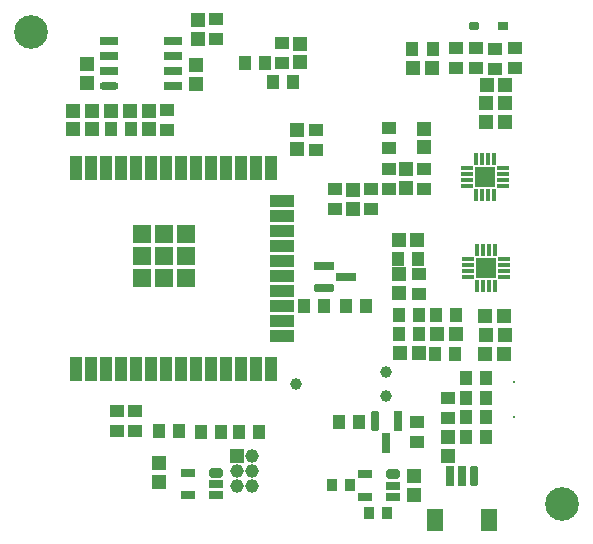
<source format=gbs>
G04*
G04 #@! TF.GenerationSoftware,Altium Limited,Altium NEXUS,3.2.6 (83)*
G04*
G04 Layer_Color=16711935*
%FSLAX44Y44*%
%MOMM*%
G71*
G04*
G04 #@! TF.SameCoordinates,E101C6A8-1949-4893-99AA-7595D6EC33FA*
G04*
G04*
G04 #@! TF.FilePolarity,Negative*
G04*
G01*
G75*
%ADD58R,1.1524X1.1524*%
%ADD59R,1.1524X1.0524*%
G04:AMPARAMS|DCode=60|XSize=0.7524mm|YSize=1.7024mm|CornerRadius=0mm|HoleSize=0mm|Usage=FLASHONLY|Rotation=0.000|XOffset=0mm|YOffset=0mm|HoleType=Round|Shape=Octagon|*
%AMOCTAGOND60*
4,1,8,-0.1881,0.8512,0.1881,0.8512,0.3762,0.6631,0.3762,-0.6631,0.1881,-0.8512,-0.1881,-0.8512,-0.3762,-0.6631,-0.3762,0.6631,-0.1881,0.8512,0.0*
%
%ADD60OCTAGOND60*%

%ADD61R,0.7524X1.7024*%
%ADD62R,1.3524X1.9524*%
%ADD63R,1.0524X1.1524*%
%ADD64R,1.1524X1.1524*%
G04:AMPARAMS|DCode=76|XSize=0.6524mm|YSize=0.8624mm|CornerRadius=0mm|HoleSize=0mm|Usage=FLASHONLY|Rotation=270.000|XOffset=0mm|YOffset=0mm|HoleType=Round|Shape=Octagon|*
%AMOCTAGOND76*
4,1,8,0.4312,0.1631,0.4312,-0.1631,0.2681,-0.3262,-0.2681,-0.3262,-0.4312,-0.1631,-0.4312,0.1631,-0.2681,0.3262,0.2681,0.3262,0.4312,0.1631,0.0*
%
%ADD76OCTAGOND76*%

%ADD77R,0.8624X0.6524*%
G04:AMPARAMS|DCode=78|XSize=0.7024mm|YSize=1.7024mm|CornerRadius=0mm|HoleSize=0mm|Usage=FLASHONLY|Rotation=90.000|XOffset=0mm|YOffset=0mm|HoleType=Round|Shape=Octagon|*
%AMOCTAGOND78*
4,1,8,-0.8512,-0.1756,-0.8512,0.1756,-0.6756,0.3512,0.6756,0.3512,0.8512,0.1756,0.8512,-0.1756,0.6756,-0.3512,-0.6756,-0.3512,-0.8512,-0.1756,0.0*
%
%ADD78OCTAGOND78*%

%ADD79R,1.7024X0.7024*%
%ADD101R,0.1524X0.1524*%
%ADD102C,1.0000*%
%ADD103C,1.1524*%
%ADD104C,2.8524*%
G04:AMPARAMS|DCode=135|XSize=0.8024mm|YSize=1.2524mm|CornerRadius=0mm|HoleSize=0mm|Usage=FLASHONLY|Rotation=90.000|XOffset=0mm|YOffset=0mm|HoleType=Round|Shape=Octagon|*
%AMOCTAGOND135*
4,1,8,-0.6262,-0.2006,-0.6262,0.2006,-0.4256,0.4012,0.4256,0.4012,0.6262,0.2006,0.6262,-0.2006,0.4256,-0.4012,-0.4256,-0.4012,-0.6262,-0.2006,0.0*
%
%ADD135OCTAGOND135*%

%ADD136R,1.2524X0.8024*%
%ADD137R,0.8524X1.0524*%
G04:AMPARAMS|DCode=138|XSize=0.7024mm|YSize=1.7024mm|CornerRadius=0mm|HoleSize=0mm|Usage=FLASHONLY|Rotation=180.000|XOffset=0mm|YOffset=0mm|HoleType=Round|Shape=Octagon|*
%AMOCTAGOND138*
4,1,8,0.1756,-0.8512,-0.1756,-0.8512,-0.3512,-0.6756,-0.3512,0.6756,-0.1756,0.8512,0.1756,0.8512,0.3512,0.6756,0.3512,-0.6756,0.1756,-0.8512,0.0*
%
%ADD138OCTAGOND138*%

%ADD139R,0.7024X1.7024*%
%ADD140R,1.0524X2.1524*%
%ADD141O,1.0524X0.4024*%
%ADD142O,0.4024X1.0524*%
%ADD143O,1.6024X0.7524*%
%ADD144R,1.6024X0.7524*%
%ADD145R,2.1524X1.0524*%
%ADD146R,1.4824X1.4824*%
%ADD147R,1.7524X1.7524*%
D58*
X571750Y1310500D02*
D03*
X587750D02*
D03*
X588750Y1214500D02*
D03*
X572750D02*
D03*
X645500Y1230000D02*
D03*
X661500D02*
D03*
X620500Y1230500D02*
D03*
X646250Y1442000D02*
D03*
X646000Y1410500D02*
D03*
X662000D02*
D03*
X646000Y1426500D02*
D03*
X662000D02*
D03*
X312250Y1404750D02*
D03*
X604500Y1230500D02*
D03*
X662250Y1442000D02*
D03*
X296250Y1404750D02*
D03*
X661250Y1246250D02*
D03*
X645250D02*
D03*
X661250Y1213500D02*
D03*
X645250D02*
D03*
X599750Y1456250D02*
D03*
X583750D02*
D03*
X344500Y1419750D02*
D03*
X328500D02*
D03*
X296250D02*
D03*
X312250D02*
D03*
X435250Y1127900D02*
D03*
D59*
X473250Y1477250D02*
D03*
Y1460250D02*
D03*
X348750Y1165500D02*
D03*
Y1148500D02*
D03*
X613500Y1160000D02*
D03*
Y1177000D02*
D03*
X587750Y1156500D02*
D03*
Y1139500D02*
D03*
X563250Y1405250D02*
D03*
Y1388250D02*
D03*
X518250Y1353500D02*
D03*
X653500Y1472500D02*
D03*
X637000Y1472750D02*
D03*
X620750D02*
D03*
X669880Y1472760D02*
D03*
X518250Y1336500D02*
D03*
X548250Y1336500D02*
D03*
X593250Y1353750D02*
D03*
X620750Y1455750D02*
D03*
X637000D02*
D03*
X653500Y1455500D02*
D03*
X669880Y1455760D02*
D03*
X416750Y1480500D02*
D03*
Y1497500D02*
D03*
X589000Y1264500D02*
D03*
Y1281500D02*
D03*
X501500Y1403750D02*
D03*
Y1386750D02*
D03*
X333750Y1165500D02*
D03*
Y1148500D02*
D03*
X375750Y1403500D02*
D03*
Y1420500D02*
D03*
X593250Y1370750D02*
D03*
X563250Y1353750D02*
D03*
Y1370750D02*
D03*
X548250Y1353500D02*
D03*
D60*
X635500Y1110500D02*
D03*
D61*
X625500D02*
D03*
X615500D02*
D03*
D62*
X602500Y1073750D02*
D03*
X648500D02*
D03*
D63*
X385500Y1148500D02*
D03*
X368500D02*
D03*
X404250Y1148250D02*
D03*
X421250D02*
D03*
X453250D02*
D03*
X436250D02*
D03*
X482250Y1444500D02*
D03*
X465250D02*
D03*
X646000Y1160500D02*
D03*
X629000D02*
D03*
X521500Y1156500D02*
D03*
X538500D02*
D03*
X508500Y1254250D02*
D03*
X491500D02*
D03*
X645750Y1144000D02*
D03*
X628750D02*
D03*
X629000Y1193250D02*
D03*
X646000D02*
D03*
X629000Y1177000D02*
D03*
X646000D02*
D03*
X588500Y1294500D02*
D03*
X572000Y1230500D02*
D03*
X603500Y1246500D02*
D03*
X619500Y1214000D02*
D03*
X459000Y1460250D02*
D03*
X442000D02*
D03*
X620500Y1246500D02*
D03*
X602500Y1214000D02*
D03*
X589000Y1230500D02*
D03*
X571500Y1294500D02*
D03*
X600500Y1472250D02*
D03*
X583500D02*
D03*
X544500Y1254750D02*
D03*
X527500D02*
D03*
X345000Y1404750D02*
D03*
X328000D02*
D03*
X589250Y1246750D02*
D03*
X572250D02*
D03*
D64*
X369250Y1105500D02*
D03*
Y1121500D02*
D03*
X584750Y1110500D02*
D03*
Y1094500D02*
D03*
X613750Y1143500D02*
D03*
Y1127500D02*
D03*
X533250Y1337000D02*
D03*
Y1353000D02*
D03*
X577750Y1354250D02*
D03*
Y1370250D02*
D03*
X486000Y1387500D02*
D03*
Y1403500D02*
D03*
X307750Y1459500D02*
D03*
Y1443500D02*
D03*
X401750Y1497000D02*
D03*
Y1481000D02*
D03*
X488250Y1476750D02*
D03*
Y1460750D02*
D03*
X572250Y1265250D02*
D03*
Y1281250D02*
D03*
X400000Y1442500D02*
D03*
Y1458500D02*
D03*
X593250Y1404750D02*
D03*
Y1388750D02*
D03*
X360750Y1420000D02*
D03*
Y1404000D02*
D03*
D76*
X636000Y1491250D02*
D03*
D77*
X660000D02*
D03*
D78*
X508500Y1269500D02*
D03*
D79*
X527000Y1279000D02*
D03*
X508500Y1288500D02*
D03*
D101*
X669500Y1160250D02*
D03*
Y1190250D02*
D03*
D102*
X561100Y1199000D02*
D03*
X484900Y1188850D02*
D03*
X561100Y1178700D02*
D03*
D103*
X435250Y1115200D02*
D03*
Y1102500D02*
D03*
X447950Y1127900D02*
D03*
Y1102500D02*
D03*
Y1115200D02*
D03*
D104*
X710500Y1086500D02*
D03*
X260500Y1486500D02*
D03*
D135*
X417500Y1113500D02*
D03*
X567000Y1112000D02*
D03*
D136*
X417500Y1104000D02*
D03*
Y1094500D02*
D03*
X393500D02*
D03*
Y1113500D02*
D03*
X543000Y1112000D02*
D03*
Y1093000D02*
D03*
X567000D02*
D03*
Y1102500D02*
D03*
D137*
X562000Y1079000D02*
D03*
X547000D02*
D03*
X515500Y1102750D02*
D03*
X530500D02*
D03*
D138*
X551945Y1157311D02*
D03*
D139*
X570945D02*
D03*
X561445Y1138811D02*
D03*
D140*
X349050Y1201000D02*
D03*
X310950D02*
D03*
X298250D02*
D03*
X336350D02*
D03*
X323650D02*
D03*
X361750D02*
D03*
X387150D02*
D03*
X374450D02*
D03*
X412550D02*
D03*
X399850D02*
D03*
X437950D02*
D03*
X425250D02*
D03*
X463350D02*
D03*
X450650D02*
D03*
X310950Y1371000D02*
D03*
X298250D02*
D03*
X336350D02*
D03*
X323650D02*
D03*
X361750D02*
D03*
X349050D02*
D03*
X387150D02*
D03*
X374450D02*
D03*
X412550D02*
D03*
X399850D02*
D03*
X437950D02*
D03*
X425250D02*
D03*
X463350D02*
D03*
X450650D02*
D03*
D141*
X630250Y1284250D02*
D03*
X661250Y1294250D02*
D03*
Y1289250D02*
D03*
Y1284250D02*
D03*
Y1279250D02*
D03*
X630250D02*
D03*
Y1289250D02*
D03*
Y1294250D02*
D03*
X660500Y1371250D02*
D03*
Y1366250D02*
D03*
Y1361250D02*
D03*
Y1356250D02*
D03*
X629500D02*
D03*
Y1361250D02*
D03*
Y1366250D02*
D03*
Y1371250D02*
D03*
D142*
X642500Y1348250D02*
D03*
X652500Y1379250D02*
D03*
Y1348250D02*
D03*
X643250Y1271250D02*
D03*
X638250Y1302250D02*
D03*
X643250D02*
D03*
X648250D02*
D03*
X653250D02*
D03*
Y1271250D02*
D03*
X648250D02*
D03*
X638250D02*
D03*
X637500Y1379250D02*
D03*
X642500D02*
D03*
X647500D02*
D03*
Y1348250D02*
D03*
X637500D02*
D03*
D143*
X326250Y1441200D02*
D03*
D144*
Y1453900D02*
D03*
Y1466600D02*
D03*
Y1479300D02*
D03*
X380750Y1441200D02*
D03*
Y1453900D02*
D03*
Y1466600D02*
D03*
Y1479300D02*
D03*
D145*
X473350Y1330450D02*
D03*
Y1343150D02*
D03*
Y1305050D02*
D03*
Y1317750D02*
D03*
Y1279650D02*
D03*
Y1292350D02*
D03*
Y1254250D02*
D03*
Y1266950D02*
D03*
Y1228850D02*
D03*
Y1241550D02*
D03*
D146*
X373250Y1296850D02*
D03*
X354900D02*
D03*
X391600D02*
D03*
X373250Y1278500D02*
D03*
Y1315200D02*
D03*
X354900D02*
D03*
X391600D02*
D03*
Y1278500D02*
D03*
X354900D02*
D03*
D147*
X645750Y1286750D02*
D03*
X645000Y1363750D02*
D03*
M02*

</source>
